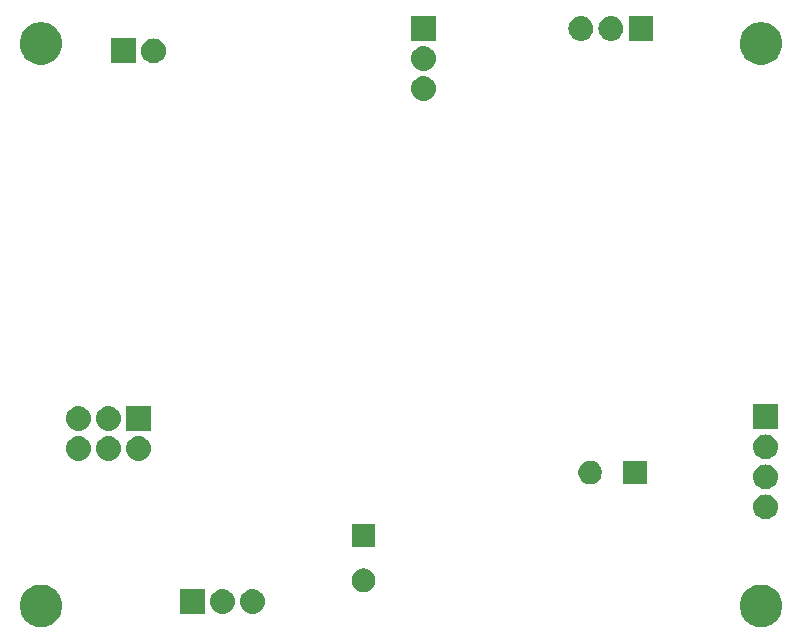
<source format=gbr>
%TF.GenerationSoftware,KiCad,Pcbnew,5.0.1-33cea8e~68~ubuntu18.04.1*%
%TF.CreationDate,2018-11-27T22:05:36+03:00*%
%TF.ProjectId,jeep-radio,6A6565702D726164696F2E6B69636164,rev?*%
%TF.SameCoordinates,Original*%
%TF.FileFunction,Soldermask,Bot*%
%TF.FilePolarity,Negative*%
%FSLAX46Y46*%
G04 Gerber Fmt 4.6, Leading zero omitted, Abs format (unit mm)*
G04 Created by KiCad (PCBNEW 5.0.1-33cea8e~68~ubuntu18.04.1) date Вт 27 ноя 2018 22:05:36*
%MOMM*%
%LPD*%
G01*
G04 APERTURE LIST*
%ADD10C,0.100000*%
G04 APERTURE END LIST*
D10*
G36*
X177579122Y-117626115D02*
X177695041Y-117649173D01*
X178022620Y-117784861D01*
X178117807Y-117848463D01*
X178317436Y-117981851D01*
X178568149Y-118232564D01*
X178568151Y-118232567D01*
X178765139Y-118527380D01*
X178875231Y-118793164D01*
X178900827Y-118854960D01*
X178929479Y-118999000D01*
X178970000Y-119202716D01*
X178970000Y-119557284D01*
X178900827Y-119905041D01*
X178847490Y-120033807D01*
X178765140Y-120232618D01*
X178568149Y-120527436D01*
X178317436Y-120778149D01*
X178317433Y-120778151D01*
X178022620Y-120975139D01*
X177695041Y-121110827D01*
X177579122Y-121133885D01*
X177347286Y-121180000D01*
X176992714Y-121180000D01*
X176760878Y-121133885D01*
X176644959Y-121110827D01*
X176317380Y-120975139D01*
X176022567Y-120778151D01*
X176022564Y-120778149D01*
X175771851Y-120527436D01*
X175574860Y-120232618D01*
X175492510Y-120033807D01*
X175439173Y-119905041D01*
X175370000Y-119557284D01*
X175370000Y-119202716D01*
X175410522Y-118999000D01*
X175439173Y-118854960D01*
X175464770Y-118793164D01*
X175574861Y-118527380D01*
X175771849Y-118232567D01*
X175771851Y-118232564D01*
X176022564Y-117981851D01*
X176222193Y-117848463D01*
X176317380Y-117784861D01*
X176644959Y-117649173D01*
X176760878Y-117626115D01*
X176992714Y-117580000D01*
X177347286Y-117580000D01*
X177579122Y-117626115D01*
X177579122Y-117626115D01*
G37*
G36*
X116614122Y-117626115D02*
X116730041Y-117649173D01*
X117057620Y-117784861D01*
X117152807Y-117848463D01*
X117352436Y-117981851D01*
X117603149Y-118232564D01*
X117603151Y-118232567D01*
X117800139Y-118527380D01*
X117910231Y-118793164D01*
X117935827Y-118854960D01*
X117964479Y-118999000D01*
X118005000Y-119202716D01*
X118005000Y-119557284D01*
X117935827Y-119905041D01*
X117882490Y-120033807D01*
X117800140Y-120232618D01*
X117603149Y-120527436D01*
X117352436Y-120778149D01*
X117352433Y-120778151D01*
X117057620Y-120975139D01*
X116730041Y-121110827D01*
X116614122Y-121133885D01*
X116382286Y-121180000D01*
X116027714Y-121180000D01*
X115795878Y-121133885D01*
X115679959Y-121110827D01*
X115352380Y-120975139D01*
X115057567Y-120778151D01*
X115057564Y-120778149D01*
X114806851Y-120527436D01*
X114609860Y-120232618D01*
X114527510Y-120033807D01*
X114474173Y-119905041D01*
X114405000Y-119557284D01*
X114405000Y-119202716D01*
X114445522Y-118999000D01*
X114474173Y-118854960D01*
X114499770Y-118793164D01*
X114609861Y-118527380D01*
X114806849Y-118232567D01*
X114806851Y-118232564D01*
X115057564Y-117981851D01*
X115257193Y-117848463D01*
X115352380Y-117784861D01*
X115679959Y-117649173D01*
X115795878Y-117626115D01*
X116027714Y-117580000D01*
X116382286Y-117580000D01*
X116614122Y-117626115D01*
X116614122Y-117626115D01*
G37*
G36*
X130082000Y-120049000D02*
X127982000Y-120049000D01*
X127982000Y-117949000D01*
X130082000Y-117949000D01*
X130082000Y-120049000D01*
X130082000Y-120049000D01*
G37*
G36*
X131700707Y-117956596D02*
X131777836Y-117964193D01*
X131909787Y-118004220D01*
X131975763Y-118024233D01*
X132158172Y-118121733D01*
X132318054Y-118252946D01*
X132449267Y-118412828D01*
X132546767Y-118595237D01*
X132546767Y-118595238D01*
X132606807Y-118793164D01*
X132627080Y-118999000D01*
X132606807Y-119204836D01*
X132566780Y-119336787D01*
X132546767Y-119402763D01*
X132449267Y-119585172D01*
X132318054Y-119745054D01*
X132158172Y-119876267D01*
X131975763Y-119973767D01*
X131909787Y-119993780D01*
X131777836Y-120033807D01*
X131700707Y-120041403D01*
X131623580Y-120049000D01*
X131520420Y-120049000D01*
X131443293Y-120041403D01*
X131366164Y-120033807D01*
X131234213Y-119993780D01*
X131168237Y-119973767D01*
X130985828Y-119876267D01*
X130825946Y-119745054D01*
X130694733Y-119585172D01*
X130597233Y-119402763D01*
X130577220Y-119336787D01*
X130537193Y-119204836D01*
X130516920Y-118999000D01*
X130537193Y-118793164D01*
X130597233Y-118595238D01*
X130597233Y-118595237D01*
X130694733Y-118412828D01*
X130825946Y-118252946D01*
X130985828Y-118121733D01*
X131168237Y-118024233D01*
X131234213Y-118004220D01*
X131366164Y-117964193D01*
X131443293Y-117956596D01*
X131520420Y-117949000D01*
X131623580Y-117949000D01*
X131700707Y-117956596D01*
X131700707Y-117956596D01*
G37*
G36*
X134240707Y-117956596D02*
X134317836Y-117964193D01*
X134449787Y-118004220D01*
X134515763Y-118024233D01*
X134698172Y-118121733D01*
X134858054Y-118252946D01*
X134989267Y-118412828D01*
X135086767Y-118595237D01*
X135086767Y-118595238D01*
X135146807Y-118793164D01*
X135167080Y-118999000D01*
X135146807Y-119204836D01*
X135106780Y-119336787D01*
X135086767Y-119402763D01*
X134989267Y-119585172D01*
X134858054Y-119745054D01*
X134698172Y-119876267D01*
X134515763Y-119973767D01*
X134449787Y-119993780D01*
X134317836Y-120033807D01*
X134240707Y-120041403D01*
X134163580Y-120049000D01*
X134060420Y-120049000D01*
X133983293Y-120041403D01*
X133906164Y-120033807D01*
X133774213Y-119993780D01*
X133708237Y-119973767D01*
X133525828Y-119876267D01*
X133365946Y-119745054D01*
X133234733Y-119585172D01*
X133137233Y-119402763D01*
X133117220Y-119336787D01*
X133077193Y-119204836D01*
X133056920Y-118999000D01*
X133077193Y-118793164D01*
X133137233Y-118595238D01*
X133137233Y-118595237D01*
X133234733Y-118412828D01*
X133365946Y-118252946D01*
X133525828Y-118121733D01*
X133708237Y-118024233D01*
X133774213Y-118004220D01*
X133906164Y-117964193D01*
X133983293Y-117956596D01*
X134060420Y-117949000D01*
X134163580Y-117949000D01*
X134240707Y-117956596D01*
X134240707Y-117956596D01*
G37*
G36*
X143685770Y-116226372D02*
X143801689Y-116249429D01*
X143983678Y-116324811D01*
X144147463Y-116434249D01*
X144286751Y-116573537D01*
X144396189Y-116737322D01*
X144471571Y-116919311D01*
X144510000Y-117112509D01*
X144510000Y-117309491D01*
X144471571Y-117502689D01*
X144396189Y-117684678D01*
X144286751Y-117848463D01*
X144147463Y-117987751D01*
X143983678Y-118097189D01*
X143801689Y-118172571D01*
X143685770Y-118195628D01*
X143608493Y-118211000D01*
X143411507Y-118211000D01*
X143334230Y-118195628D01*
X143218311Y-118172571D01*
X143036322Y-118097189D01*
X142872537Y-117987751D01*
X142733249Y-117848463D01*
X142623811Y-117684678D01*
X142548429Y-117502689D01*
X142510000Y-117309491D01*
X142510000Y-117112509D01*
X142548429Y-116919311D01*
X142623811Y-116737322D01*
X142733249Y-116573537D01*
X142872537Y-116434249D01*
X143036322Y-116324811D01*
X143218311Y-116249429D01*
X143334230Y-116226372D01*
X143411507Y-116211000D01*
X143608493Y-116211000D01*
X143685770Y-116226372D01*
X143685770Y-116226372D01*
G37*
G36*
X144510000Y-114411000D02*
X142510000Y-114411000D01*
X142510000Y-112411000D01*
X144510000Y-112411000D01*
X144510000Y-114411000D01*
X144510000Y-114411000D01*
G37*
G36*
X177674707Y-109955596D02*
X177751836Y-109963193D01*
X177883787Y-110003220D01*
X177949763Y-110023233D01*
X178132172Y-110120733D01*
X178292054Y-110251946D01*
X178423267Y-110411828D01*
X178520767Y-110594237D01*
X178520767Y-110594238D01*
X178580807Y-110792164D01*
X178601080Y-110998000D01*
X178580807Y-111203836D01*
X178540780Y-111335787D01*
X178520767Y-111401763D01*
X178423267Y-111584172D01*
X178292054Y-111744054D01*
X178132172Y-111875267D01*
X177949763Y-111972767D01*
X177883787Y-111992780D01*
X177751836Y-112032807D01*
X177674707Y-112040403D01*
X177597580Y-112048000D01*
X177494420Y-112048000D01*
X177417293Y-112040403D01*
X177340164Y-112032807D01*
X177208213Y-111992780D01*
X177142237Y-111972767D01*
X176959828Y-111875267D01*
X176799946Y-111744054D01*
X176668733Y-111584172D01*
X176571233Y-111401763D01*
X176551220Y-111335787D01*
X176511193Y-111203836D01*
X176490920Y-110998000D01*
X176511193Y-110792164D01*
X176571233Y-110594238D01*
X176571233Y-110594237D01*
X176668733Y-110411828D01*
X176799946Y-110251946D01*
X176959828Y-110120733D01*
X177142237Y-110023233D01*
X177208213Y-110003220D01*
X177340164Y-109963193D01*
X177417293Y-109955596D01*
X177494420Y-109948000D01*
X177597580Y-109948000D01*
X177674707Y-109955596D01*
X177674707Y-109955596D01*
G37*
G36*
X177674707Y-107415597D02*
X177751836Y-107423193D01*
X177883787Y-107463220D01*
X177949763Y-107483233D01*
X178132172Y-107580733D01*
X178292054Y-107711946D01*
X178423267Y-107871828D01*
X178520767Y-108054237D01*
X178520767Y-108054238D01*
X178580807Y-108252164D01*
X178601080Y-108458000D01*
X178580807Y-108663836D01*
X178540780Y-108795787D01*
X178520767Y-108861763D01*
X178423267Y-109044172D01*
X178292054Y-109204054D01*
X178132172Y-109335267D01*
X177949763Y-109432767D01*
X177883787Y-109452780D01*
X177751836Y-109492807D01*
X177674707Y-109500404D01*
X177597580Y-109508000D01*
X177494420Y-109508000D01*
X177417293Y-109500404D01*
X177340164Y-109492807D01*
X177208213Y-109452780D01*
X177142237Y-109432767D01*
X176959828Y-109335267D01*
X176799946Y-109204054D01*
X176668733Y-109044172D01*
X176571233Y-108861763D01*
X176551220Y-108795787D01*
X176511193Y-108663836D01*
X176490920Y-108458000D01*
X176511193Y-108252164D01*
X176571233Y-108054238D01*
X176571233Y-108054237D01*
X176668733Y-107871828D01*
X176799946Y-107711946D01*
X176959828Y-107580733D01*
X177142237Y-107483233D01*
X177208213Y-107463220D01*
X177340164Y-107423193D01*
X177417293Y-107415597D01*
X177494420Y-107408000D01*
X177597580Y-107408000D01*
X177674707Y-107415597D01*
X177674707Y-107415597D01*
G37*
G36*
X162872770Y-107092372D02*
X162988689Y-107115429D01*
X163170678Y-107190811D01*
X163334463Y-107300249D01*
X163473751Y-107439537D01*
X163583189Y-107603322D01*
X163658571Y-107785311D01*
X163697000Y-107978509D01*
X163697000Y-108175491D01*
X163658571Y-108368689D01*
X163583189Y-108550678D01*
X163473751Y-108714463D01*
X163334463Y-108853751D01*
X163170678Y-108963189D01*
X162988689Y-109038571D01*
X162872770Y-109061628D01*
X162795493Y-109077000D01*
X162598507Y-109077000D01*
X162521230Y-109061628D01*
X162405311Y-109038571D01*
X162223322Y-108963189D01*
X162059537Y-108853751D01*
X161920249Y-108714463D01*
X161810811Y-108550678D01*
X161735429Y-108368689D01*
X161697000Y-108175491D01*
X161697000Y-107978509D01*
X161735429Y-107785311D01*
X161810811Y-107603322D01*
X161920249Y-107439537D01*
X162059537Y-107300249D01*
X162223322Y-107190811D01*
X162405311Y-107115429D01*
X162521230Y-107092372D01*
X162598507Y-107077000D01*
X162795493Y-107077000D01*
X162872770Y-107092372D01*
X162872770Y-107092372D01*
G37*
G36*
X167497000Y-109077000D02*
X165497000Y-109077000D01*
X165497000Y-107077000D01*
X167497000Y-107077000D01*
X167497000Y-109077000D01*
X167497000Y-109077000D01*
G37*
G36*
X124588707Y-105002596D02*
X124665836Y-105010193D01*
X124766513Y-105040733D01*
X124863763Y-105070233D01*
X125046172Y-105167733D01*
X125206054Y-105298946D01*
X125337267Y-105458828D01*
X125434767Y-105641237D01*
X125434767Y-105641238D01*
X125494807Y-105839164D01*
X125515080Y-106045000D01*
X125494807Y-106250836D01*
X125454780Y-106382787D01*
X125434767Y-106448763D01*
X125337267Y-106631172D01*
X125206054Y-106791054D01*
X125046172Y-106922267D01*
X124863763Y-107019767D01*
X124797787Y-107039780D01*
X124665836Y-107079807D01*
X124588707Y-107087404D01*
X124511580Y-107095000D01*
X124408420Y-107095000D01*
X124331293Y-107087404D01*
X124254164Y-107079807D01*
X124122213Y-107039780D01*
X124056237Y-107019767D01*
X123873828Y-106922267D01*
X123713946Y-106791054D01*
X123582733Y-106631172D01*
X123485233Y-106448763D01*
X123465220Y-106382787D01*
X123425193Y-106250836D01*
X123404920Y-106045000D01*
X123425193Y-105839164D01*
X123485233Y-105641238D01*
X123485233Y-105641237D01*
X123582733Y-105458828D01*
X123713946Y-105298946D01*
X123873828Y-105167733D01*
X124056237Y-105070233D01*
X124153487Y-105040733D01*
X124254164Y-105010193D01*
X124331293Y-105002596D01*
X124408420Y-104995000D01*
X124511580Y-104995000D01*
X124588707Y-105002596D01*
X124588707Y-105002596D01*
G37*
G36*
X122048707Y-105002596D02*
X122125836Y-105010193D01*
X122226513Y-105040733D01*
X122323763Y-105070233D01*
X122506172Y-105167733D01*
X122666054Y-105298946D01*
X122797267Y-105458828D01*
X122894767Y-105641237D01*
X122894767Y-105641238D01*
X122954807Y-105839164D01*
X122975080Y-106045000D01*
X122954807Y-106250836D01*
X122914780Y-106382787D01*
X122894767Y-106448763D01*
X122797267Y-106631172D01*
X122666054Y-106791054D01*
X122506172Y-106922267D01*
X122323763Y-107019767D01*
X122257787Y-107039780D01*
X122125836Y-107079807D01*
X122048707Y-107087404D01*
X121971580Y-107095000D01*
X121868420Y-107095000D01*
X121791293Y-107087404D01*
X121714164Y-107079807D01*
X121582213Y-107039780D01*
X121516237Y-107019767D01*
X121333828Y-106922267D01*
X121173946Y-106791054D01*
X121042733Y-106631172D01*
X120945233Y-106448763D01*
X120925220Y-106382787D01*
X120885193Y-106250836D01*
X120864920Y-106045000D01*
X120885193Y-105839164D01*
X120945233Y-105641238D01*
X120945233Y-105641237D01*
X121042733Y-105458828D01*
X121173946Y-105298946D01*
X121333828Y-105167733D01*
X121516237Y-105070233D01*
X121613487Y-105040733D01*
X121714164Y-105010193D01*
X121791293Y-105002596D01*
X121868420Y-104995000D01*
X121971580Y-104995000D01*
X122048707Y-105002596D01*
X122048707Y-105002596D01*
G37*
G36*
X119508707Y-105002596D02*
X119585836Y-105010193D01*
X119686513Y-105040733D01*
X119783763Y-105070233D01*
X119966172Y-105167733D01*
X120126054Y-105298946D01*
X120257267Y-105458828D01*
X120354767Y-105641237D01*
X120354767Y-105641238D01*
X120414807Y-105839164D01*
X120435080Y-106045000D01*
X120414807Y-106250836D01*
X120374780Y-106382787D01*
X120354767Y-106448763D01*
X120257267Y-106631172D01*
X120126054Y-106791054D01*
X119966172Y-106922267D01*
X119783763Y-107019767D01*
X119717787Y-107039780D01*
X119585836Y-107079807D01*
X119508707Y-107087404D01*
X119431580Y-107095000D01*
X119328420Y-107095000D01*
X119251293Y-107087404D01*
X119174164Y-107079807D01*
X119042213Y-107039780D01*
X118976237Y-107019767D01*
X118793828Y-106922267D01*
X118633946Y-106791054D01*
X118502733Y-106631172D01*
X118405233Y-106448763D01*
X118385220Y-106382787D01*
X118345193Y-106250836D01*
X118324920Y-106045000D01*
X118345193Y-105839164D01*
X118405233Y-105641238D01*
X118405233Y-105641237D01*
X118502733Y-105458828D01*
X118633946Y-105298946D01*
X118793828Y-105167733D01*
X118976237Y-105070233D01*
X119073487Y-105040733D01*
X119174164Y-105010193D01*
X119251293Y-105002596D01*
X119328420Y-104995000D01*
X119431580Y-104995000D01*
X119508707Y-105002596D01*
X119508707Y-105002596D01*
G37*
G36*
X177674707Y-104875596D02*
X177751836Y-104883193D01*
X177883787Y-104923220D01*
X177949763Y-104943233D01*
X178132172Y-105040733D01*
X178292054Y-105171946D01*
X178423267Y-105331828D01*
X178520767Y-105514237D01*
X178520767Y-105514238D01*
X178580807Y-105712164D01*
X178601080Y-105918000D01*
X178580807Y-106123836D01*
X178542283Y-106250834D01*
X178520767Y-106321763D01*
X178423267Y-106504172D01*
X178292054Y-106664054D01*
X178132172Y-106795267D01*
X177949763Y-106892767D01*
X177883787Y-106912780D01*
X177751836Y-106952807D01*
X177674707Y-106960404D01*
X177597580Y-106968000D01*
X177494420Y-106968000D01*
X177417293Y-106960404D01*
X177340164Y-106952807D01*
X177208213Y-106912780D01*
X177142237Y-106892767D01*
X176959828Y-106795267D01*
X176799946Y-106664054D01*
X176668733Y-106504172D01*
X176571233Y-106321763D01*
X176549717Y-106250834D01*
X176511193Y-106123836D01*
X176490920Y-105918000D01*
X176511193Y-105712164D01*
X176571233Y-105514238D01*
X176571233Y-105514237D01*
X176668733Y-105331828D01*
X176799946Y-105171946D01*
X176959828Y-105040733D01*
X177142237Y-104943233D01*
X177208213Y-104923220D01*
X177340164Y-104883193D01*
X177417293Y-104875597D01*
X177494420Y-104868000D01*
X177597580Y-104868000D01*
X177674707Y-104875596D01*
X177674707Y-104875596D01*
G37*
G36*
X119508707Y-102462596D02*
X119585836Y-102470193D01*
X119717787Y-102510220D01*
X119783763Y-102530233D01*
X119966172Y-102627733D01*
X120126054Y-102758946D01*
X120257267Y-102918828D01*
X120354767Y-103101237D01*
X120354767Y-103101238D01*
X120414807Y-103299164D01*
X120435080Y-103505000D01*
X120414807Y-103710836D01*
X120374780Y-103842787D01*
X120354767Y-103908763D01*
X120257267Y-104091172D01*
X120126054Y-104251054D01*
X119966172Y-104382267D01*
X119783763Y-104479767D01*
X119717787Y-104499780D01*
X119585836Y-104539807D01*
X119508707Y-104547403D01*
X119431580Y-104555000D01*
X119328420Y-104555000D01*
X119251293Y-104547403D01*
X119174164Y-104539807D01*
X119042213Y-104499780D01*
X118976237Y-104479767D01*
X118793828Y-104382267D01*
X118633946Y-104251054D01*
X118502733Y-104091172D01*
X118405233Y-103908763D01*
X118385220Y-103842787D01*
X118345193Y-103710836D01*
X118324920Y-103505000D01*
X118345193Y-103299164D01*
X118405233Y-103101238D01*
X118405233Y-103101237D01*
X118502733Y-102918828D01*
X118633946Y-102758946D01*
X118793828Y-102627733D01*
X118976237Y-102530233D01*
X119042213Y-102510220D01*
X119174164Y-102470193D01*
X119251293Y-102462596D01*
X119328420Y-102455000D01*
X119431580Y-102455000D01*
X119508707Y-102462596D01*
X119508707Y-102462596D01*
G37*
G36*
X122048707Y-102462596D02*
X122125836Y-102470193D01*
X122257787Y-102510220D01*
X122323763Y-102530233D01*
X122506172Y-102627733D01*
X122666054Y-102758946D01*
X122797267Y-102918828D01*
X122894767Y-103101237D01*
X122894767Y-103101238D01*
X122954807Y-103299164D01*
X122975080Y-103505000D01*
X122954807Y-103710836D01*
X122914780Y-103842787D01*
X122894767Y-103908763D01*
X122797267Y-104091172D01*
X122666054Y-104251054D01*
X122506172Y-104382267D01*
X122323763Y-104479767D01*
X122257787Y-104499780D01*
X122125836Y-104539807D01*
X122048707Y-104547403D01*
X121971580Y-104555000D01*
X121868420Y-104555000D01*
X121791293Y-104547403D01*
X121714164Y-104539807D01*
X121582213Y-104499780D01*
X121516237Y-104479767D01*
X121333828Y-104382267D01*
X121173946Y-104251054D01*
X121042733Y-104091172D01*
X120945233Y-103908763D01*
X120925220Y-103842787D01*
X120885193Y-103710836D01*
X120864920Y-103505000D01*
X120885193Y-103299164D01*
X120945233Y-103101238D01*
X120945233Y-103101237D01*
X121042733Y-102918828D01*
X121173946Y-102758946D01*
X121333828Y-102627733D01*
X121516237Y-102530233D01*
X121582213Y-102510220D01*
X121714164Y-102470193D01*
X121791293Y-102462596D01*
X121868420Y-102455000D01*
X121971580Y-102455000D01*
X122048707Y-102462596D01*
X122048707Y-102462596D01*
G37*
G36*
X125510000Y-104555000D02*
X123410000Y-104555000D01*
X123410000Y-102455000D01*
X125510000Y-102455000D01*
X125510000Y-104555000D01*
X125510000Y-104555000D01*
G37*
G36*
X178596000Y-104428000D02*
X176496000Y-104428000D01*
X176496000Y-102328000D01*
X178596000Y-102328000D01*
X178596000Y-104428000D01*
X178596000Y-104428000D01*
G37*
G36*
X148718707Y-74522597D02*
X148795836Y-74530193D01*
X148927787Y-74570220D01*
X148993763Y-74590233D01*
X149176172Y-74687733D01*
X149336054Y-74818946D01*
X149467267Y-74978828D01*
X149564767Y-75161237D01*
X149564767Y-75161238D01*
X149624807Y-75359164D01*
X149645080Y-75565000D01*
X149624807Y-75770836D01*
X149584780Y-75902787D01*
X149564767Y-75968763D01*
X149467267Y-76151172D01*
X149336054Y-76311054D01*
X149176172Y-76442267D01*
X148993763Y-76539767D01*
X148927787Y-76559780D01*
X148795836Y-76599807D01*
X148718707Y-76607404D01*
X148641580Y-76615000D01*
X148538420Y-76615000D01*
X148461293Y-76607404D01*
X148384164Y-76599807D01*
X148252213Y-76559780D01*
X148186237Y-76539767D01*
X148003828Y-76442267D01*
X147843946Y-76311054D01*
X147712733Y-76151172D01*
X147615233Y-75968763D01*
X147595220Y-75902787D01*
X147555193Y-75770836D01*
X147534920Y-75565000D01*
X147555193Y-75359164D01*
X147615233Y-75161238D01*
X147615233Y-75161237D01*
X147712733Y-74978828D01*
X147843946Y-74818946D01*
X148003828Y-74687733D01*
X148186237Y-74590233D01*
X148252213Y-74570220D01*
X148384164Y-74530193D01*
X148461293Y-74522597D01*
X148538420Y-74515000D01*
X148641580Y-74515000D01*
X148718707Y-74522597D01*
X148718707Y-74522597D01*
G37*
G36*
X148718707Y-71982596D02*
X148795836Y-71990193D01*
X148927787Y-72030220D01*
X148993763Y-72050233D01*
X149176172Y-72147733D01*
X149336054Y-72278946D01*
X149467267Y-72438828D01*
X149564767Y-72621237D01*
X149564767Y-72621238D01*
X149624807Y-72819164D01*
X149645080Y-73025000D01*
X149624807Y-73230836D01*
X149588617Y-73350139D01*
X149564767Y-73428763D01*
X149467267Y-73611172D01*
X149336054Y-73771054D01*
X149176172Y-73902267D01*
X148993763Y-73999767D01*
X148927787Y-74019780D01*
X148795836Y-74059807D01*
X148718707Y-74067404D01*
X148641580Y-74075000D01*
X148538420Y-74075000D01*
X148461293Y-74067404D01*
X148384164Y-74059807D01*
X148252213Y-74019780D01*
X148186237Y-73999767D01*
X148003828Y-73902267D01*
X147843946Y-73771054D01*
X147712733Y-73611172D01*
X147615233Y-73428763D01*
X147591383Y-73350139D01*
X147555193Y-73230836D01*
X147534920Y-73025000D01*
X147555193Y-72819164D01*
X147615233Y-72621238D01*
X147615233Y-72621237D01*
X147712733Y-72438828D01*
X147843946Y-72278946D01*
X148003828Y-72147733D01*
X148186237Y-72050233D01*
X148252213Y-72030220D01*
X148384164Y-71990193D01*
X148461293Y-71982596D01*
X148538420Y-71975000D01*
X148641580Y-71975000D01*
X148718707Y-71982596D01*
X148718707Y-71982596D01*
G37*
G36*
X116614122Y-70001115D02*
X116730041Y-70024173D01*
X117057620Y-70159861D01*
X117236169Y-70279164D01*
X117352436Y-70356851D01*
X117603149Y-70607564D01*
X117603151Y-70607567D01*
X117791040Y-70888762D01*
X117800140Y-70902382D01*
X117935827Y-71229960D01*
X118005000Y-71577714D01*
X118005000Y-71932286D01*
X117981539Y-72050233D01*
X117935827Y-72280041D01*
X117800139Y-72607620D01*
X117675763Y-72793762D01*
X117603149Y-72902436D01*
X117352436Y-73153149D01*
X117352433Y-73153151D01*
X117057620Y-73350139D01*
X116730041Y-73485827D01*
X116614122Y-73508885D01*
X116382286Y-73555000D01*
X116027714Y-73555000D01*
X115795878Y-73508885D01*
X115679959Y-73485827D01*
X115352380Y-73350139D01*
X115057567Y-73153151D01*
X115057564Y-73153149D01*
X114806851Y-72902436D01*
X114734237Y-72793762D01*
X114609861Y-72607620D01*
X114474173Y-72280041D01*
X114428461Y-72050233D01*
X114405000Y-71932286D01*
X114405000Y-71577714D01*
X114474173Y-71229960D01*
X114609860Y-70902382D01*
X114618961Y-70888762D01*
X114806849Y-70607567D01*
X114806851Y-70607564D01*
X115057564Y-70356851D01*
X115173831Y-70279164D01*
X115352380Y-70159861D01*
X115679959Y-70024173D01*
X115795878Y-70001115D01*
X116027714Y-69955000D01*
X116382286Y-69955000D01*
X116614122Y-70001115D01*
X116614122Y-70001115D01*
G37*
G36*
X177579122Y-70001115D02*
X177695041Y-70024173D01*
X178022620Y-70159861D01*
X178201169Y-70279164D01*
X178317436Y-70356851D01*
X178568149Y-70607564D01*
X178568151Y-70607567D01*
X178756040Y-70888762D01*
X178765140Y-70902382D01*
X178900827Y-71229960D01*
X178970000Y-71577714D01*
X178970000Y-71932286D01*
X178946539Y-72050233D01*
X178900827Y-72280041D01*
X178765139Y-72607620D01*
X178640763Y-72793762D01*
X178568149Y-72902436D01*
X178317436Y-73153149D01*
X178317433Y-73153151D01*
X178022620Y-73350139D01*
X177695041Y-73485827D01*
X177579122Y-73508885D01*
X177347286Y-73555000D01*
X176992714Y-73555000D01*
X176760878Y-73508885D01*
X176644959Y-73485827D01*
X176317380Y-73350139D01*
X176022567Y-73153151D01*
X176022564Y-73153149D01*
X175771851Y-72902436D01*
X175699237Y-72793762D01*
X175574861Y-72607620D01*
X175439173Y-72280041D01*
X175393461Y-72050233D01*
X175370000Y-71932286D01*
X175370000Y-71577714D01*
X175439173Y-71229960D01*
X175574860Y-70902382D01*
X175583961Y-70888762D01*
X175771849Y-70607567D01*
X175771851Y-70607564D01*
X176022564Y-70356851D01*
X176138831Y-70279164D01*
X176317380Y-70159861D01*
X176644959Y-70024173D01*
X176760878Y-70001115D01*
X176992714Y-69955000D01*
X177347286Y-69955000D01*
X177579122Y-70001115D01*
X177579122Y-70001115D01*
G37*
G36*
X124240000Y-73440000D02*
X122140000Y-73440000D01*
X122140000Y-71340000D01*
X124240000Y-71340000D01*
X124240000Y-73440000D01*
X124240000Y-73440000D01*
G37*
G36*
X125858707Y-71347596D02*
X125935836Y-71355193D01*
X126067787Y-71395220D01*
X126133763Y-71415233D01*
X126316172Y-71512733D01*
X126476054Y-71643946D01*
X126607267Y-71803828D01*
X126704767Y-71986237D01*
X126704767Y-71986238D01*
X126764807Y-72184164D01*
X126785080Y-72390000D01*
X126764807Y-72595836D01*
X126757101Y-72621238D01*
X126704767Y-72793763D01*
X126607267Y-72976172D01*
X126476054Y-73136054D01*
X126316172Y-73267267D01*
X126133763Y-73364767D01*
X126067787Y-73384780D01*
X125935836Y-73424807D01*
X125858707Y-73432404D01*
X125781580Y-73440000D01*
X125678420Y-73440000D01*
X125601293Y-73432404D01*
X125524164Y-73424807D01*
X125392213Y-73384780D01*
X125326237Y-73364767D01*
X125143828Y-73267267D01*
X124983946Y-73136054D01*
X124852733Y-72976172D01*
X124755233Y-72793763D01*
X124702899Y-72621238D01*
X124695193Y-72595836D01*
X124674920Y-72390000D01*
X124695193Y-72184164D01*
X124755233Y-71986238D01*
X124755233Y-71986237D01*
X124852733Y-71803828D01*
X124983946Y-71643946D01*
X125143828Y-71512733D01*
X125326237Y-71415233D01*
X125392213Y-71395220D01*
X125524164Y-71355193D01*
X125601293Y-71347596D01*
X125678420Y-71340000D01*
X125781580Y-71340000D01*
X125858707Y-71347596D01*
X125858707Y-71347596D01*
G37*
G36*
X164593707Y-69442596D02*
X164670836Y-69450193D01*
X164802787Y-69490220D01*
X164868763Y-69510233D01*
X165051172Y-69607733D01*
X165211054Y-69738946D01*
X165342267Y-69898828D01*
X165439767Y-70081237D01*
X165439767Y-70081238D01*
X165499807Y-70279164D01*
X165520080Y-70485000D01*
X165499807Y-70690836D01*
X165459780Y-70822787D01*
X165439767Y-70888763D01*
X165342267Y-71071172D01*
X165211054Y-71231054D01*
X165051172Y-71362267D01*
X164868763Y-71459767D01*
X164802787Y-71479780D01*
X164670836Y-71519807D01*
X164593707Y-71527404D01*
X164516580Y-71535000D01*
X164413420Y-71535000D01*
X164336293Y-71527404D01*
X164259164Y-71519807D01*
X164127213Y-71479780D01*
X164061237Y-71459767D01*
X163878828Y-71362267D01*
X163718946Y-71231054D01*
X163587733Y-71071172D01*
X163490233Y-70888763D01*
X163470220Y-70822787D01*
X163430193Y-70690836D01*
X163409920Y-70485000D01*
X163430193Y-70279164D01*
X163490233Y-70081238D01*
X163490233Y-70081237D01*
X163587733Y-69898828D01*
X163718946Y-69738946D01*
X163878828Y-69607733D01*
X164061237Y-69510233D01*
X164127213Y-69490220D01*
X164259164Y-69450193D01*
X164336293Y-69442596D01*
X164413420Y-69435000D01*
X164516580Y-69435000D01*
X164593707Y-69442596D01*
X164593707Y-69442596D01*
G37*
G36*
X162053707Y-69442596D02*
X162130836Y-69450193D01*
X162262787Y-69490220D01*
X162328763Y-69510233D01*
X162511172Y-69607733D01*
X162671054Y-69738946D01*
X162802267Y-69898828D01*
X162899767Y-70081237D01*
X162899767Y-70081238D01*
X162959807Y-70279164D01*
X162980080Y-70485000D01*
X162959807Y-70690836D01*
X162919780Y-70822787D01*
X162899767Y-70888763D01*
X162802267Y-71071172D01*
X162671054Y-71231054D01*
X162511172Y-71362267D01*
X162328763Y-71459767D01*
X162262787Y-71479780D01*
X162130836Y-71519807D01*
X162053707Y-71527404D01*
X161976580Y-71535000D01*
X161873420Y-71535000D01*
X161796293Y-71527404D01*
X161719164Y-71519807D01*
X161587213Y-71479780D01*
X161521237Y-71459767D01*
X161338828Y-71362267D01*
X161178946Y-71231054D01*
X161047733Y-71071172D01*
X160950233Y-70888763D01*
X160930220Y-70822787D01*
X160890193Y-70690836D01*
X160869920Y-70485000D01*
X160890193Y-70279164D01*
X160950233Y-70081238D01*
X160950233Y-70081237D01*
X161047733Y-69898828D01*
X161178946Y-69738946D01*
X161338828Y-69607733D01*
X161521237Y-69510233D01*
X161587213Y-69490220D01*
X161719164Y-69450193D01*
X161796293Y-69442596D01*
X161873420Y-69435000D01*
X161976580Y-69435000D01*
X162053707Y-69442596D01*
X162053707Y-69442596D01*
G37*
G36*
X149640000Y-71535000D02*
X147540000Y-71535000D01*
X147540000Y-69435000D01*
X149640000Y-69435000D01*
X149640000Y-71535000D01*
X149640000Y-71535000D01*
G37*
G36*
X168055000Y-71535000D02*
X165955000Y-71535000D01*
X165955000Y-69435000D01*
X168055000Y-69435000D01*
X168055000Y-71535000D01*
X168055000Y-71535000D01*
G37*
M02*

</source>
